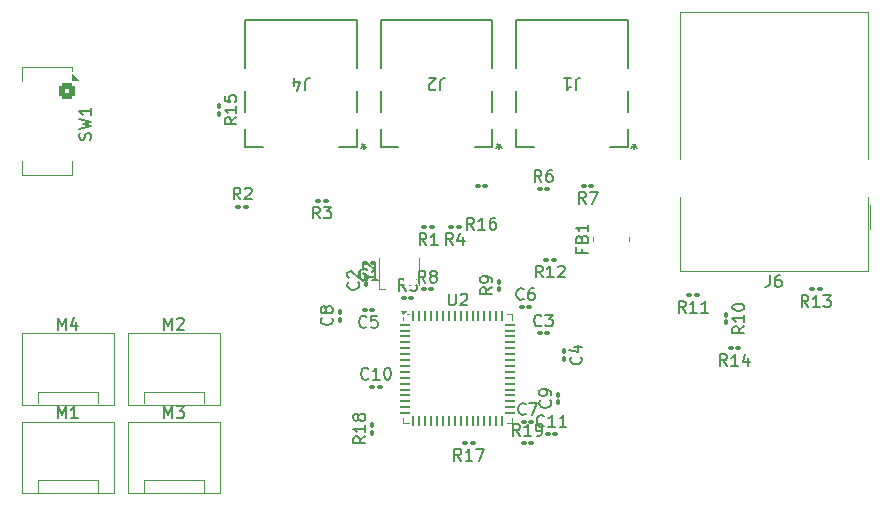
<source format=gbr>
%TF.GenerationSoftware,KiCad,Pcbnew,9.0.2*%
%TF.CreationDate,2025-07-05T10:38:59-05:00*%
%TF.ProjectId,main,6d61696e-2e6b-4696-9361-645f70636258,rev?*%
%TF.SameCoordinates,Original*%
%TF.FileFunction,Legend,Top*%
%TF.FilePolarity,Positive*%
%FSLAX46Y46*%
G04 Gerber Fmt 4.6, Leading zero omitted, Abs format (unit mm)*
G04 Created by KiCad (PCBNEW 9.0.2) date 2025-07-05 10:38:59*
%MOMM*%
%LPD*%
G01*
G04 APERTURE LIST*
G04 Aperture macros list*
%AMRoundRect*
0 Rectangle with rounded corners*
0 $1 Rounding radius*
0 $2 $3 $4 $5 $6 $7 $8 $9 X,Y pos of 4 corners*
0 Add a 4 corners polygon primitive as box body*
4,1,4,$2,$3,$4,$5,$6,$7,$8,$9,$2,$3,0*
0 Add four circle primitives for the rounded corners*
1,1,$1+$1,$2,$3*
1,1,$1+$1,$4,$5*
1,1,$1+$1,$6,$7*
1,1,$1+$1,$8,$9*
0 Add four rect primitives between the rounded corners*
20,1,$1+$1,$2,$3,$4,$5,0*
20,1,$1+$1,$4,$5,$6,$7,0*
20,1,$1+$1,$6,$7,$8,$9,0*
20,1,$1+$1,$8,$9,$2,$3,0*%
G04 Aperture macros list end*
%ADD10C,0.150000*%
%ADD11C,0.152400*%
%ADD12C,0.120000*%
%ADD13C,0.660400*%
%ADD14R,0.304800X0.711200*%
%ADD15O,0.812800X1.397000*%
%ADD16RoundRect,0.100000X0.130000X0.100000X-0.130000X0.100000X-0.130000X-0.100000X0.130000X-0.100000X0*%
%ADD17RoundRect,0.100000X0.100000X-0.130000X0.100000X0.130000X-0.100000X0.130000X-0.100000X-0.130000X0*%
%ADD18RoundRect,0.100000X-0.130000X-0.100000X0.130000X-0.100000X0.130000X0.100000X-0.130000X0.100000X0*%
%ADD19RoundRect,0.100000X-0.100000X0.130000X-0.100000X-0.130000X0.100000X-0.130000X0.100000X0.130000X0*%
%ADD20C,2.600000*%
%ADD21C,1.900000*%
%ADD22R,1.900000X1.900000*%
%ADD23C,1.890000*%
%ADD24C,3.250000*%
%ADD25C,1.400000*%
%ADD26RoundRect,0.250000X-0.450000X0.450000X-0.450000X-0.450000X0.450000X-0.450000X0.450000X0.450000X0*%
%ADD27R,7.300000X7.300000*%
%ADD28RoundRect,0.062500X-0.062500X-0.375000X0.062500X-0.375000X0.062500X0.375000X-0.062500X0.375000X0*%
%ADD29RoundRect,0.062500X-0.375000X-0.062500X0.375000X-0.062500X0.375000X0.062500X-0.375000X0.062500X0*%
%ADD30R,3.000000X1.400000*%
%ADD31R,1.730000X2.030000*%
%ADD32O,1.730000X2.030000*%
%ADD33R,1.050000X0.950000*%
G04 APERTURE END LIST*
D10*
X132823333Y-54660079D02*
X132823333Y-53945794D01*
X132823333Y-53945794D02*
X132870952Y-53802937D01*
X132870952Y-53802937D02*
X132966190Y-53707699D01*
X132966190Y-53707699D02*
X133109047Y-53660079D01*
X133109047Y-53660079D02*
X133204285Y-53660079D01*
X131918571Y-54326746D02*
X131918571Y-53660079D01*
X132156666Y-54707699D02*
X132394761Y-53993413D01*
X132394761Y-53993413D02*
X131775714Y-53993413D01*
X137779999Y-59655179D02*
X137779999Y-59417084D01*
X138018094Y-59512322D02*
X137779999Y-59417084D01*
X137779999Y-59417084D02*
X137541904Y-59512322D01*
X137922856Y-59226608D02*
X137779999Y-59417084D01*
X137779999Y-59417084D02*
X137637142Y-59226608D01*
X137779999Y-59655179D02*
X137779999Y-59417084D01*
X138018094Y-59512322D02*
X137779999Y-59417084D01*
X137779999Y-59417084D02*
X137541904Y-59512322D01*
X137922856Y-59226608D02*
X137779999Y-59417084D01*
X137779999Y-59417084D02*
X137637142Y-59226608D01*
X144276533Y-54660079D02*
X144276533Y-53945794D01*
X144276533Y-53945794D02*
X144324152Y-53802937D01*
X144324152Y-53802937D02*
X144419390Y-53707699D01*
X144419390Y-53707699D02*
X144562247Y-53660079D01*
X144562247Y-53660079D02*
X144657485Y-53660079D01*
X143847961Y-54564841D02*
X143800342Y-54612460D01*
X143800342Y-54612460D02*
X143705104Y-54660079D01*
X143705104Y-54660079D02*
X143467009Y-54660079D01*
X143467009Y-54660079D02*
X143371771Y-54612460D01*
X143371771Y-54612460D02*
X143324152Y-54564841D01*
X143324152Y-54564841D02*
X143276533Y-54469603D01*
X143276533Y-54469603D02*
X143276533Y-54374365D01*
X143276533Y-54374365D02*
X143324152Y-54231508D01*
X143324152Y-54231508D02*
X143895580Y-53660079D01*
X143895580Y-53660079D02*
X143276533Y-53660079D01*
X149233199Y-59655179D02*
X149233199Y-59417084D01*
X149471294Y-59512322D02*
X149233199Y-59417084D01*
X149233199Y-59417084D02*
X148995104Y-59512322D01*
X149376056Y-59226608D02*
X149233199Y-59417084D01*
X149233199Y-59417084D02*
X149090342Y-59226608D01*
X149233199Y-59655179D02*
X149233199Y-59417084D01*
X149471294Y-59512322D02*
X149233199Y-59417084D01*
X149233199Y-59417084D02*
X148995104Y-59512322D01*
X149376056Y-59226608D02*
X149233199Y-59417084D01*
X149233199Y-59417084D02*
X149090342Y-59226608D01*
X155729733Y-54660079D02*
X155729733Y-53945794D01*
X155729733Y-53945794D02*
X155777352Y-53802937D01*
X155777352Y-53802937D02*
X155872590Y-53707699D01*
X155872590Y-53707699D02*
X156015447Y-53660079D01*
X156015447Y-53660079D02*
X156110685Y-53660079D01*
X154729733Y-53660079D02*
X155301161Y-53660079D01*
X155015447Y-53660079D02*
X155015447Y-54660079D01*
X155015447Y-54660079D02*
X155110685Y-54517222D01*
X155110685Y-54517222D02*
X155205923Y-54421984D01*
X155205923Y-54421984D02*
X155301161Y-54374365D01*
X160686399Y-59655179D02*
X160686399Y-59417084D01*
X160924494Y-59512322D02*
X160686399Y-59417084D01*
X160686399Y-59417084D02*
X160448304Y-59512322D01*
X160829256Y-59226608D02*
X160686399Y-59417084D01*
X160686399Y-59417084D02*
X160543542Y-59226608D01*
X160686399Y-59655179D02*
X160686399Y-59417084D01*
X160924494Y-59512322D02*
X160686399Y-59417084D01*
X160686399Y-59417084D02*
X160448304Y-59512322D01*
X160829256Y-59226608D02*
X160686399Y-59417084D01*
X160686399Y-59417084D02*
X160543542Y-59226608D01*
X138083333Y-70659580D02*
X138035714Y-70707200D01*
X138035714Y-70707200D02*
X137892857Y-70754819D01*
X137892857Y-70754819D02*
X137797619Y-70754819D01*
X137797619Y-70754819D02*
X137654762Y-70707200D01*
X137654762Y-70707200D02*
X137559524Y-70611961D01*
X137559524Y-70611961D02*
X137511905Y-70516723D01*
X137511905Y-70516723D02*
X137464286Y-70326247D01*
X137464286Y-70326247D02*
X137464286Y-70183390D01*
X137464286Y-70183390D02*
X137511905Y-69992914D01*
X137511905Y-69992914D02*
X137559524Y-69897676D01*
X137559524Y-69897676D02*
X137654762Y-69802438D01*
X137654762Y-69802438D02*
X137797619Y-69754819D01*
X137797619Y-69754819D02*
X137892857Y-69754819D01*
X137892857Y-69754819D02*
X138035714Y-69802438D01*
X138035714Y-69802438D02*
X138083333Y-69850057D01*
X139035714Y-70754819D02*
X138464286Y-70754819D01*
X138750000Y-70754819D02*
X138750000Y-69754819D01*
X138750000Y-69754819D02*
X138654762Y-69897676D01*
X138654762Y-69897676D02*
X138559524Y-69992914D01*
X138559524Y-69992914D02*
X138464286Y-70040533D01*
X137309580Y-70916666D02*
X137357200Y-70964285D01*
X137357200Y-70964285D02*
X137404819Y-71107142D01*
X137404819Y-71107142D02*
X137404819Y-71202380D01*
X137404819Y-71202380D02*
X137357200Y-71345237D01*
X137357200Y-71345237D02*
X137261961Y-71440475D01*
X137261961Y-71440475D02*
X137166723Y-71488094D01*
X137166723Y-71488094D02*
X136976247Y-71535713D01*
X136976247Y-71535713D02*
X136833390Y-71535713D01*
X136833390Y-71535713D02*
X136642914Y-71488094D01*
X136642914Y-71488094D02*
X136547676Y-71440475D01*
X136547676Y-71440475D02*
X136452438Y-71345237D01*
X136452438Y-71345237D02*
X136404819Y-71202380D01*
X136404819Y-71202380D02*
X136404819Y-71107142D01*
X136404819Y-71107142D02*
X136452438Y-70964285D01*
X136452438Y-70964285D02*
X136500057Y-70916666D01*
X136500057Y-70535713D02*
X136452438Y-70488094D01*
X136452438Y-70488094D02*
X136404819Y-70392856D01*
X136404819Y-70392856D02*
X136404819Y-70154761D01*
X136404819Y-70154761D02*
X136452438Y-70059523D01*
X136452438Y-70059523D02*
X136500057Y-70011904D01*
X136500057Y-70011904D02*
X136595295Y-69964285D01*
X136595295Y-69964285D02*
X136690533Y-69964285D01*
X136690533Y-69964285D02*
X136833390Y-70011904D01*
X136833390Y-70011904D02*
X137404819Y-70583332D01*
X137404819Y-70583332D02*
X137404819Y-69964285D01*
X152833333Y-74559580D02*
X152785714Y-74607200D01*
X152785714Y-74607200D02*
X152642857Y-74654819D01*
X152642857Y-74654819D02*
X152547619Y-74654819D01*
X152547619Y-74654819D02*
X152404762Y-74607200D01*
X152404762Y-74607200D02*
X152309524Y-74511961D01*
X152309524Y-74511961D02*
X152261905Y-74416723D01*
X152261905Y-74416723D02*
X152214286Y-74226247D01*
X152214286Y-74226247D02*
X152214286Y-74083390D01*
X152214286Y-74083390D02*
X152261905Y-73892914D01*
X152261905Y-73892914D02*
X152309524Y-73797676D01*
X152309524Y-73797676D02*
X152404762Y-73702438D01*
X152404762Y-73702438D02*
X152547619Y-73654819D01*
X152547619Y-73654819D02*
X152642857Y-73654819D01*
X152642857Y-73654819D02*
X152785714Y-73702438D01*
X152785714Y-73702438D02*
X152833333Y-73750057D01*
X153166667Y-73654819D02*
X153785714Y-73654819D01*
X153785714Y-73654819D02*
X153452381Y-74035771D01*
X153452381Y-74035771D02*
X153595238Y-74035771D01*
X153595238Y-74035771D02*
X153690476Y-74083390D01*
X153690476Y-74083390D02*
X153738095Y-74131009D01*
X153738095Y-74131009D02*
X153785714Y-74226247D01*
X153785714Y-74226247D02*
X153785714Y-74464342D01*
X153785714Y-74464342D02*
X153738095Y-74559580D01*
X153738095Y-74559580D02*
X153690476Y-74607200D01*
X153690476Y-74607200D02*
X153595238Y-74654819D01*
X153595238Y-74654819D02*
X153309524Y-74654819D01*
X153309524Y-74654819D02*
X153214286Y-74607200D01*
X153214286Y-74607200D02*
X153166667Y-74559580D01*
X156159580Y-77236666D02*
X156207200Y-77284285D01*
X156207200Y-77284285D02*
X156254819Y-77427142D01*
X156254819Y-77427142D02*
X156254819Y-77522380D01*
X156254819Y-77522380D02*
X156207200Y-77665237D01*
X156207200Y-77665237D02*
X156111961Y-77760475D01*
X156111961Y-77760475D02*
X156016723Y-77808094D01*
X156016723Y-77808094D02*
X155826247Y-77855713D01*
X155826247Y-77855713D02*
X155683390Y-77855713D01*
X155683390Y-77855713D02*
X155492914Y-77808094D01*
X155492914Y-77808094D02*
X155397676Y-77760475D01*
X155397676Y-77760475D02*
X155302438Y-77665237D01*
X155302438Y-77665237D02*
X155254819Y-77522380D01*
X155254819Y-77522380D02*
X155254819Y-77427142D01*
X155254819Y-77427142D02*
X155302438Y-77284285D01*
X155302438Y-77284285D02*
X155350057Y-77236666D01*
X155588152Y-76379523D02*
X156254819Y-76379523D01*
X155207200Y-76617618D02*
X155921485Y-76855713D01*
X155921485Y-76855713D02*
X155921485Y-76236666D01*
X138013333Y-74659580D02*
X137965714Y-74707200D01*
X137965714Y-74707200D02*
X137822857Y-74754819D01*
X137822857Y-74754819D02*
X137727619Y-74754819D01*
X137727619Y-74754819D02*
X137584762Y-74707200D01*
X137584762Y-74707200D02*
X137489524Y-74611961D01*
X137489524Y-74611961D02*
X137441905Y-74516723D01*
X137441905Y-74516723D02*
X137394286Y-74326247D01*
X137394286Y-74326247D02*
X137394286Y-74183390D01*
X137394286Y-74183390D02*
X137441905Y-73992914D01*
X137441905Y-73992914D02*
X137489524Y-73897676D01*
X137489524Y-73897676D02*
X137584762Y-73802438D01*
X137584762Y-73802438D02*
X137727619Y-73754819D01*
X137727619Y-73754819D02*
X137822857Y-73754819D01*
X137822857Y-73754819D02*
X137965714Y-73802438D01*
X137965714Y-73802438D02*
X138013333Y-73850057D01*
X138918095Y-73754819D02*
X138441905Y-73754819D01*
X138441905Y-73754819D02*
X138394286Y-74231009D01*
X138394286Y-74231009D02*
X138441905Y-74183390D01*
X138441905Y-74183390D02*
X138537143Y-74135771D01*
X138537143Y-74135771D02*
X138775238Y-74135771D01*
X138775238Y-74135771D02*
X138870476Y-74183390D01*
X138870476Y-74183390D02*
X138918095Y-74231009D01*
X138918095Y-74231009D02*
X138965714Y-74326247D01*
X138965714Y-74326247D02*
X138965714Y-74564342D01*
X138965714Y-74564342D02*
X138918095Y-74659580D01*
X138918095Y-74659580D02*
X138870476Y-74707200D01*
X138870476Y-74707200D02*
X138775238Y-74754819D01*
X138775238Y-74754819D02*
X138537143Y-74754819D01*
X138537143Y-74754819D02*
X138441905Y-74707200D01*
X138441905Y-74707200D02*
X138394286Y-74659580D01*
X151333333Y-72309580D02*
X151285714Y-72357200D01*
X151285714Y-72357200D02*
X151142857Y-72404819D01*
X151142857Y-72404819D02*
X151047619Y-72404819D01*
X151047619Y-72404819D02*
X150904762Y-72357200D01*
X150904762Y-72357200D02*
X150809524Y-72261961D01*
X150809524Y-72261961D02*
X150761905Y-72166723D01*
X150761905Y-72166723D02*
X150714286Y-71976247D01*
X150714286Y-71976247D02*
X150714286Y-71833390D01*
X150714286Y-71833390D02*
X150761905Y-71642914D01*
X150761905Y-71642914D02*
X150809524Y-71547676D01*
X150809524Y-71547676D02*
X150904762Y-71452438D01*
X150904762Y-71452438D02*
X151047619Y-71404819D01*
X151047619Y-71404819D02*
X151142857Y-71404819D01*
X151142857Y-71404819D02*
X151285714Y-71452438D01*
X151285714Y-71452438D02*
X151333333Y-71500057D01*
X152190476Y-71404819D02*
X152000000Y-71404819D01*
X152000000Y-71404819D02*
X151904762Y-71452438D01*
X151904762Y-71452438D02*
X151857143Y-71500057D01*
X151857143Y-71500057D02*
X151761905Y-71642914D01*
X151761905Y-71642914D02*
X151714286Y-71833390D01*
X151714286Y-71833390D02*
X151714286Y-72214342D01*
X151714286Y-72214342D02*
X151761905Y-72309580D01*
X151761905Y-72309580D02*
X151809524Y-72357200D01*
X151809524Y-72357200D02*
X151904762Y-72404819D01*
X151904762Y-72404819D02*
X152095238Y-72404819D01*
X152095238Y-72404819D02*
X152190476Y-72357200D01*
X152190476Y-72357200D02*
X152238095Y-72309580D01*
X152238095Y-72309580D02*
X152285714Y-72214342D01*
X152285714Y-72214342D02*
X152285714Y-71976247D01*
X152285714Y-71976247D02*
X152238095Y-71881009D01*
X152238095Y-71881009D02*
X152190476Y-71833390D01*
X152190476Y-71833390D02*
X152095238Y-71785771D01*
X152095238Y-71785771D02*
X151904762Y-71785771D01*
X151904762Y-71785771D02*
X151809524Y-71833390D01*
X151809524Y-71833390D02*
X151761905Y-71881009D01*
X151761905Y-71881009D02*
X151714286Y-71976247D01*
X151488333Y-82059580D02*
X151440714Y-82107200D01*
X151440714Y-82107200D02*
X151297857Y-82154819D01*
X151297857Y-82154819D02*
X151202619Y-82154819D01*
X151202619Y-82154819D02*
X151059762Y-82107200D01*
X151059762Y-82107200D02*
X150964524Y-82011961D01*
X150964524Y-82011961D02*
X150916905Y-81916723D01*
X150916905Y-81916723D02*
X150869286Y-81726247D01*
X150869286Y-81726247D02*
X150869286Y-81583390D01*
X150869286Y-81583390D02*
X150916905Y-81392914D01*
X150916905Y-81392914D02*
X150964524Y-81297676D01*
X150964524Y-81297676D02*
X151059762Y-81202438D01*
X151059762Y-81202438D02*
X151202619Y-81154819D01*
X151202619Y-81154819D02*
X151297857Y-81154819D01*
X151297857Y-81154819D02*
X151440714Y-81202438D01*
X151440714Y-81202438D02*
X151488333Y-81250057D01*
X151821667Y-81154819D02*
X152488333Y-81154819D01*
X152488333Y-81154819D02*
X152059762Y-82154819D01*
X135059580Y-73916666D02*
X135107200Y-73964285D01*
X135107200Y-73964285D02*
X135154819Y-74107142D01*
X135154819Y-74107142D02*
X135154819Y-74202380D01*
X135154819Y-74202380D02*
X135107200Y-74345237D01*
X135107200Y-74345237D02*
X135011961Y-74440475D01*
X135011961Y-74440475D02*
X134916723Y-74488094D01*
X134916723Y-74488094D02*
X134726247Y-74535713D01*
X134726247Y-74535713D02*
X134583390Y-74535713D01*
X134583390Y-74535713D02*
X134392914Y-74488094D01*
X134392914Y-74488094D02*
X134297676Y-74440475D01*
X134297676Y-74440475D02*
X134202438Y-74345237D01*
X134202438Y-74345237D02*
X134154819Y-74202380D01*
X134154819Y-74202380D02*
X134154819Y-74107142D01*
X134154819Y-74107142D02*
X134202438Y-73964285D01*
X134202438Y-73964285D02*
X134250057Y-73916666D01*
X134583390Y-73345237D02*
X134535771Y-73440475D01*
X134535771Y-73440475D02*
X134488152Y-73488094D01*
X134488152Y-73488094D02*
X134392914Y-73535713D01*
X134392914Y-73535713D02*
X134345295Y-73535713D01*
X134345295Y-73535713D02*
X134250057Y-73488094D01*
X134250057Y-73488094D02*
X134202438Y-73440475D01*
X134202438Y-73440475D02*
X134154819Y-73345237D01*
X134154819Y-73345237D02*
X134154819Y-73154761D01*
X134154819Y-73154761D02*
X134202438Y-73059523D01*
X134202438Y-73059523D02*
X134250057Y-73011904D01*
X134250057Y-73011904D02*
X134345295Y-72964285D01*
X134345295Y-72964285D02*
X134392914Y-72964285D01*
X134392914Y-72964285D02*
X134488152Y-73011904D01*
X134488152Y-73011904D02*
X134535771Y-73059523D01*
X134535771Y-73059523D02*
X134583390Y-73154761D01*
X134583390Y-73154761D02*
X134583390Y-73345237D01*
X134583390Y-73345237D02*
X134631009Y-73440475D01*
X134631009Y-73440475D02*
X134678628Y-73488094D01*
X134678628Y-73488094D02*
X134773866Y-73535713D01*
X134773866Y-73535713D02*
X134964342Y-73535713D01*
X134964342Y-73535713D02*
X135059580Y-73488094D01*
X135059580Y-73488094D02*
X135107200Y-73440475D01*
X135107200Y-73440475D02*
X135154819Y-73345237D01*
X135154819Y-73345237D02*
X135154819Y-73154761D01*
X135154819Y-73154761D02*
X135107200Y-73059523D01*
X135107200Y-73059523D02*
X135059580Y-73011904D01*
X135059580Y-73011904D02*
X134964342Y-72964285D01*
X134964342Y-72964285D02*
X134773866Y-72964285D01*
X134773866Y-72964285D02*
X134678628Y-73011904D01*
X134678628Y-73011904D02*
X134631009Y-73059523D01*
X134631009Y-73059523D02*
X134583390Y-73154761D01*
X153559580Y-80916666D02*
X153607200Y-80964285D01*
X153607200Y-80964285D02*
X153654819Y-81107142D01*
X153654819Y-81107142D02*
X153654819Y-81202380D01*
X153654819Y-81202380D02*
X153607200Y-81345237D01*
X153607200Y-81345237D02*
X153511961Y-81440475D01*
X153511961Y-81440475D02*
X153416723Y-81488094D01*
X153416723Y-81488094D02*
X153226247Y-81535713D01*
X153226247Y-81535713D02*
X153083390Y-81535713D01*
X153083390Y-81535713D02*
X152892914Y-81488094D01*
X152892914Y-81488094D02*
X152797676Y-81440475D01*
X152797676Y-81440475D02*
X152702438Y-81345237D01*
X152702438Y-81345237D02*
X152654819Y-81202380D01*
X152654819Y-81202380D02*
X152654819Y-81107142D01*
X152654819Y-81107142D02*
X152702438Y-80964285D01*
X152702438Y-80964285D02*
X152750057Y-80916666D01*
X153654819Y-80440475D02*
X153654819Y-80249999D01*
X153654819Y-80249999D02*
X153607200Y-80154761D01*
X153607200Y-80154761D02*
X153559580Y-80107142D01*
X153559580Y-80107142D02*
X153416723Y-80011904D01*
X153416723Y-80011904D02*
X153226247Y-79964285D01*
X153226247Y-79964285D02*
X152845295Y-79964285D01*
X152845295Y-79964285D02*
X152750057Y-80011904D01*
X152750057Y-80011904D02*
X152702438Y-80059523D01*
X152702438Y-80059523D02*
X152654819Y-80154761D01*
X152654819Y-80154761D02*
X152654819Y-80345237D01*
X152654819Y-80345237D02*
X152702438Y-80440475D01*
X152702438Y-80440475D02*
X152750057Y-80488094D01*
X152750057Y-80488094D02*
X152845295Y-80535713D01*
X152845295Y-80535713D02*
X153083390Y-80535713D01*
X153083390Y-80535713D02*
X153178628Y-80488094D01*
X153178628Y-80488094D02*
X153226247Y-80440475D01*
X153226247Y-80440475D02*
X153273866Y-80345237D01*
X153273866Y-80345237D02*
X153273866Y-80154761D01*
X153273866Y-80154761D02*
X153226247Y-80059523D01*
X153226247Y-80059523D02*
X153178628Y-80011904D01*
X153178628Y-80011904D02*
X153083390Y-79964285D01*
X138177142Y-79059580D02*
X138129523Y-79107200D01*
X138129523Y-79107200D02*
X137986666Y-79154819D01*
X137986666Y-79154819D02*
X137891428Y-79154819D01*
X137891428Y-79154819D02*
X137748571Y-79107200D01*
X137748571Y-79107200D02*
X137653333Y-79011961D01*
X137653333Y-79011961D02*
X137605714Y-78916723D01*
X137605714Y-78916723D02*
X137558095Y-78726247D01*
X137558095Y-78726247D02*
X137558095Y-78583390D01*
X137558095Y-78583390D02*
X137605714Y-78392914D01*
X137605714Y-78392914D02*
X137653333Y-78297676D01*
X137653333Y-78297676D02*
X137748571Y-78202438D01*
X137748571Y-78202438D02*
X137891428Y-78154819D01*
X137891428Y-78154819D02*
X137986666Y-78154819D01*
X137986666Y-78154819D02*
X138129523Y-78202438D01*
X138129523Y-78202438D02*
X138177142Y-78250057D01*
X139129523Y-79154819D02*
X138558095Y-79154819D01*
X138843809Y-79154819D02*
X138843809Y-78154819D01*
X138843809Y-78154819D02*
X138748571Y-78297676D01*
X138748571Y-78297676D02*
X138653333Y-78392914D01*
X138653333Y-78392914D02*
X138558095Y-78440533D01*
X139748571Y-78154819D02*
X139843809Y-78154819D01*
X139843809Y-78154819D02*
X139939047Y-78202438D01*
X139939047Y-78202438D02*
X139986666Y-78250057D01*
X139986666Y-78250057D02*
X140034285Y-78345295D01*
X140034285Y-78345295D02*
X140081904Y-78535771D01*
X140081904Y-78535771D02*
X140081904Y-78773866D01*
X140081904Y-78773866D02*
X140034285Y-78964342D01*
X140034285Y-78964342D02*
X139986666Y-79059580D01*
X139986666Y-79059580D02*
X139939047Y-79107200D01*
X139939047Y-79107200D02*
X139843809Y-79154819D01*
X139843809Y-79154819D02*
X139748571Y-79154819D01*
X139748571Y-79154819D02*
X139653333Y-79107200D01*
X139653333Y-79107200D02*
X139605714Y-79059580D01*
X139605714Y-79059580D02*
X139558095Y-78964342D01*
X139558095Y-78964342D02*
X139510476Y-78773866D01*
X139510476Y-78773866D02*
X139510476Y-78535771D01*
X139510476Y-78535771D02*
X139558095Y-78345295D01*
X139558095Y-78345295D02*
X139605714Y-78250057D01*
X139605714Y-78250057D02*
X139653333Y-78202438D01*
X139653333Y-78202438D02*
X139748571Y-78154819D01*
X153037142Y-83059580D02*
X152989523Y-83107200D01*
X152989523Y-83107200D02*
X152846666Y-83154819D01*
X152846666Y-83154819D02*
X152751428Y-83154819D01*
X152751428Y-83154819D02*
X152608571Y-83107200D01*
X152608571Y-83107200D02*
X152513333Y-83011961D01*
X152513333Y-83011961D02*
X152465714Y-82916723D01*
X152465714Y-82916723D02*
X152418095Y-82726247D01*
X152418095Y-82726247D02*
X152418095Y-82583390D01*
X152418095Y-82583390D02*
X152465714Y-82392914D01*
X152465714Y-82392914D02*
X152513333Y-82297676D01*
X152513333Y-82297676D02*
X152608571Y-82202438D01*
X152608571Y-82202438D02*
X152751428Y-82154819D01*
X152751428Y-82154819D02*
X152846666Y-82154819D01*
X152846666Y-82154819D02*
X152989523Y-82202438D01*
X152989523Y-82202438D02*
X153037142Y-82250057D01*
X153989523Y-83154819D02*
X153418095Y-83154819D01*
X153703809Y-83154819D02*
X153703809Y-82154819D01*
X153703809Y-82154819D02*
X153608571Y-82297676D01*
X153608571Y-82297676D02*
X153513333Y-82392914D01*
X153513333Y-82392914D02*
X153418095Y-82440533D01*
X154941904Y-83154819D02*
X154370476Y-83154819D01*
X154656190Y-83154819D02*
X154656190Y-82154819D01*
X154656190Y-82154819D02*
X154560952Y-82297676D01*
X154560952Y-82297676D02*
X154465714Y-82392914D01*
X154465714Y-82392914D02*
X154370476Y-82440533D01*
X172166666Y-70314819D02*
X172166666Y-71029104D01*
X172166666Y-71029104D02*
X172119047Y-71171961D01*
X172119047Y-71171961D02*
X172023809Y-71267200D01*
X172023809Y-71267200D02*
X171880952Y-71314819D01*
X171880952Y-71314819D02*
X171785714Y-71314819D01*
X173071428Y-70314819D02*
X172880952Y-70314819D01*
X172880952Y-70314819D02*
X172785714Y-70362438D01*
X172785714Y-70362438D02*
X172738095Y-70410057D01*
X172738095Y-70410057D02*
X172642857Y-70552914D01*
X172642857Y-70552914D02*
X172595238Y-70743390D01*
X172595238Y-70743390D02*
X172595238Y-71124342D01*
X172595238Y-71124342D02*
X172642857Y-71219580D01*
X172642857Y-71219580D02*
X172690476Y-71267200D01*
X172690476Y-71267200D02*
X172785714Y-71314819D01*
X172785714Y-71314819D02*
X172976190Y-71314819D01*
X172976190Y-71314819D02*
X173071428Y-71267200D01*
X173071428Y-71267200D02*
X173119047Y-71219580D01*
X173119047Y-71219580D02*
X173166666Y-71124342D01*
X173166666Y-71124342D02*
X173166666Y-70886247D01*
X173166666Y-70886247D02*
X173119047Y-70791009D01*
X173119047Y-70791009D02*
X173071428Y-70743390D01*
X173071428Y-70743390D02*
X172976190Y-70695771D01*
X172976190Y-70695771D02*
X172785714Y-70695771D01*
X172785714Y-70695771D02*
X172690476Y-70743390D01*
X172690476Y-70743390D02*
X172642857Y-70791009D01*
X172642857Y-70791009D02*
X172595238Y-70886247D01*
X143083333Y-67754819D02*
X142750000Y-67278628D01*
X142511905Y-67754819D02*
X142511905Y-66754819D01*
X142511905Y-66754819D02*
X142892857Y-66754819D01*
X142892857Y-66754819D02*
X142988095Y-66802438D01*
X142988095Y-66802438D02*
X143035714Y-66850057D01*
X143035714Y-66850057D02*
X143083333Y-66945295D01*
X143083333Y-66945295D02*
X143083333Y-67088152D01*
X143083333Y-67088152D02*
X143035714Y-67183390D01*
X143035714Y-67183390D02*
X142988095Y-67231009D01*
X142988095Y-67231009D02*
X142892857Y-67278628D01*
X142892857Y-67278628D02*
X142511905Y-67278628D01*
X144035714Y-67754819D02*
X143464286Y-67754819D01*
X143750000Y-67754819D02*
X143750000Y-66754819D01*
X143750000Y-66754819D02*
X143654762Y-66897676D01*
X143654762Y-66897676D02*
X143559524Y-66992914D01*
X143559524Y-66992914D02*
X143464286Y-67040533D01*
X127333333Y-63904819D02*
X127000000Y-63428628D01*
X126761905Y-63904819D02*
X126761905Y-62904819D01*
X126761905Y-62904819D02*
X127142857Y-62904819D01*
X127142857Y-62904819D02*
X127238095Y-62952438D01*
X127238095Y-62952438D02*
X127285714Y-63000057D01*
X127285714Y-63000057D02*
X127333333Y-63095295D01*
X127333333Y-63095295D02*
X127333333Y-63238152D01*
X127333333Y-63238152D02*
X127285714Y-63333390D01*
X127285714Y-63333390D02*
X127238095Y-63381009D01*
X127238095Y-63381009D02*
X127142857Y-63428628D01*
X127142857Y-63428628D02*
X126761905Y-63428628D01*
X127714286Y-63000057D02*
X127761905Y-62952438D01*
X127761905Y-62952438D02*
X127857143Y-62904819D01*
X127857143Y-62904819D02*
X128095238Y-62904819D01*
X128095238Y-62904819D02*
X128190476Y-62952438D01*
X128190476Y-62952438D02*
X128238095Y-63000057D01*
X128238095Y-63000057D02*
X128285714Y-63095295D01*
X128285714Y-63095295D02*
X128285714Y-63190533D01*
X128285714Y-63190533D02*
X128238095Y-63333390D01*
X128238095Y-63333390D02*
X127666667Y-63904819D01*
X127666667Y-63904819D02*
X128285714Y-63904819D01*
X134083333Y-65504819D02*
X133750000Y-65028628D01*
X133511905Y-65504819D02*
X133511905Y-64504819D01*
X133511905Y-64504819D02*
X133892857Y-64504819D01*
X133892857Y-64504819D02*
X133988095Y-64552438D01*
X133988095Y-64552438D02*
X134035714Y-64600057D01*
X134035714Y-64600057D02*
X134083333Y-64695295D01*
X134083333Y-64695295D02*
X134083333Y-64838152D01*
X134083333Y-64838152D02*
X134035714Y-64933390D01*
X134035714Y-64933390D02*
X133988095Y-64981009D01*
X133988095Y-64981009D02*
X133892857Y-65028628D01*
X133892857Y-65028628D02*
X133511905Y-65028628D01*
X134416667Y-64504819D02*
X135035714Y-64504819D01*
X135035714Y-64504819D02*
X134702381Y-64885771D01*
X134702381Y-64885771D02*
X134845238Y-64885771D01*
X134845238Y-64885771D02*
X134940476Y-64933390D01*
X134940476Y-64933390D02*
X134988095Y-64981009D01*
X134988095Y-64981009D02*
X135035714Y-65076247D01*
X135035714Y-65076247D02*
X135035714Y-65314342D01*
X135035714Y-65314342D02*
X134988095Y-65409580D01*
X134988095Y-65409580D02*
X134940476Y-65457200D01*
X134940476Y-65457200D02*
X134845238Y-65504819D01*
X134845238Y-65504819D02*
X134559524Y-65504819D01*
X134559524Y-65504819D02*
X134464286Y-65457200D01*
X134464286Y-65457200D02*
X134416667Y-65409580D01*
X145333333Y-67754819D02*
X145000000Y-67278628D01*
X144761905Y-67754819D02*
X144761905Y-66754819D01*
X144761905Y-66754819D02*
X145142857Y-66754819D01*
X145142857Y-66754819D02*
X145238095Y-66802438D01*
X145238095Y-66802438D02*
X145285714Y-66850057D01*
X145285714Y-66850057D02*
X145333333Y-66945295D01*
X145333333Y-66945295D02*
X145333333Y-67088152D01*
X145333333Y-67088152D02*
X145285714Y-67183390D01*
X145285714Y-67183390D02*
X145238095Y-67231009D01*
X145238095Y-67231009D02*
X145142857Y-67278628D01*
X145142857Y-67278628D02*
X144761905Y-67278628D01*
X146190476Y-67088152D02*
X146190476Y-67754819D01*
X145952381Y-66707200D02*
X145714286Y-67421485D01*
X145714286Y-67421485D02*
X146333333Y-67421485D01*
X141333333Y-71654819D02*
X141000000Y-71178628D01*
X140761905Y-71654819D02*
X140761905Y-70654819D01*
X140761905Y-70654819D02*
X141142857Y-70654819D01*
X141142857Y-70654819D02*
X141238095Y-70702438D01*
X141238095Y-70702438D02*
X141285714Y-70750057D01*
X141285714Y-70750057D02*
X141333333Y-70845295D01*
X141333333Y-70845295D02*
X141333333Y-70988152D01*
X141333333Y-70988152D02*
X141285714Y-71083390D01*
X141285714Y-71083390D02*
X141238095Y-71131009D01*
X141238095Y-71131009D02*
X141142857Y-71178628D01*
X141142857Y-71178628D02*
X140761905Y-71178628D01*
X142238095Y-70654819D02*
X141761905Y-70654819D01*
X141761905Y-70654819D02*
X141714286Y-71131009D01*
X141714286Y-71131009D02*
X141761905Y-71083390D01*
X141761905Y-71083390D02*
X141857143Y-71035771D01*
X141857143Y-71035771D02*
X142095238Y-71035771D01*
X142095238Y-71035771D02*
X142190476Y-71083390D01*
X142190476Y-71083390D02*
X142238095Y-71131009D01*
X142238095Y-71131009D02*
X142285714Y-71226247D01*
X142285714Y-71226247D02*
X142285714Y-71464342D01*
X142285714Y-71464342D02*
X142238095Y-71559580D01*
X142238095Y-71559580D02*
X142190476Y-71607200D01*
X142190476Y-71607200D02*
X142095238Y-71654819D01*
X142095238Y-71654819D02*
X141857143Y-71654819D01*
X141857143Y-71654819D02*
X141761905Y-71607200D01*
X141761905Y-71607200D02*
X141714286Y-71559580D01*
X152833333Y-62404819D02*
X152500000Y-61928628D01*
X152261905Y-62404819D02*
X152261905Y-61404819D01*
X152261905Y-61404819D02*
X152642857Y-61404819D01*
X152642857Y-61404819D02*
X152738095Y-61452438D01*
X152738095Y-61452438D02*
X152785714Y-61500057D01*
X152785714Y-61500057D02*
X152833333Y-61595295D01*
X152833333Y-61595295D02*
X152833333Y-61738152D01*
X152833333Y-61738152D02*
X152785714Y-61833390D01*
X152785714Y-61833390D02*
X152738095Y-61881009D01*
X152738095Y-61881009D02*
X152642857Y-61928628D01*
X152642857Y-61928628D02*
X152261905Y-61928628D01*
X153690476Y-61404819D02*
X153500000Y-61404819D01*
X153500000Y-61404819D02*
X153404762Y-61452438D01*
X153404762Y-61452438D02*
X153357143Y-61500057D01*
X153357143Y-61500057D02*
X153261905Y-61642914D01*
X153261905Y-61642914D02*
X153214286Y-61833390D01*
X153214286Y-61833390D02*
X153214286Y-62214342D01*
X153214286Y-62214342D02*
X153261905Y-62309580D01*
X153261905Y-62309580D02*
X153309524Y-62357200D01*
X153309524Y-62357200D02*
X153404762Y-62404819D01*
X153404762Y-62404819D02*
X153595238Y-62404819D01*
X153595238Y-62404819D02*
X153690476Y-62357200D01*
X153690476Y-62357200D02*
X153738095Y-62309580D01*
X153738095Y-62309580D02*
X153785714Y-62214342D01*
X153785714Y-62214342D02*
X153785714Y-61976247D01*
X153785714Y-61976247D02*
X153738095Y-61881009D01*
X153738095Y-61881009D02*
X153690476Y-61833390D01*
X153690476Y-61833390D02*
X153595238Y-61785771D01*
X153595238Y-61785771D02*
X153404762Y-61785771D01*
X153404762Y-61785771D02*
X153309524Y-61833390D01*
X153309524Y-61833390D02*
X153261905Y-61881009D01*
X153261905Y-61881009D02*
X153214286Y-61976247D01*
X156583333Y-64254819D02*
X156250000Y-63778628D01*
X156011905Y-64254819D02*
X156011905Y-63254819D01*
X156011905Y-63254819D02*
X156392857Y-63254819D01*
X156392857Y-63254819D02*
X156488095Y-63302438D01*
X156488095Y-63302438D02*
X156535714Y-63350057D01*
X156535714Y-63350057D02*
X156583333Y-63445295D01*
X156583333Y-63445295D02*
X156583333Y-63588152D01*
X156583333Y-63588152D02*
X156535714Y-63683390D01*
X156535714Y-63683390D02*
X156488095Y-63731009D01*
X156488095Y-63731009D02*
X156392857Y-63778628D01*
X156392857Y-63778628D02*
X156011905Y-63778628D01*
X156916667Y-63254819D02*
X157583333Y-63254819D01*
X157583333Y-63254819D02*
X157154762Y-64254819D01*
X143013333Y-70954819D02*
X142680000Y-70478628D01*
X142441905Y-70954819D02*
X142441905Y-69954819D01*
X142441905Y-69954819D02*
X142822857Y-69954819D01*
X142822857Y-69954819D02*
X142918095Y-70002438D01*
X142918095Y-70002438D02*
X142965714Y-70050057D01*
X142965714Y-70050057D02*
X143013333Y-70145295D01*
X143013333Y-70145295D02*
X143013333Y-70288152D01*
X143013333Y-70288152D02*
X142965714Y-70383390D01*
X142965714Y-70383390D02*
X142918095Y-70431009D01*
X142918095Y-70431009D02*
X142822857Y-70478628D01*
X142822857Y-70478628D02*
X142441905Y-70478628D01*
X143584762Y-70383390D02*
X143489524Y-70335771D01*
X143489524Y-70335771D02*
X143441905Y-70288152D01*
X143441905Y-70288152D02*
X143394286Y-70192914D01*
X143394286Y-70192914D02*
X143394286Y-70145295D01*
X143394286Y-70145295D02*
X143441905Y-70050057D01*
X143441905Y-70050057D02*
X143489524Y-70002438D01*
X143489524Y-70002438D02*
X143584762Y-69954819D01*
X143584762Y-69954819D02*
X143775238Y-69954819D01*
X143775238Y-69954819D02*
X143870476Y-70002438D01*
X143870476Y-70002438D02*
X143918095Y-70050057D01*
X143918095Y-70050057D02*
X143965714Y-70145295D01*
X143965714Y-70145295D02*
X143965714Y-70192914D01*
X143965714Y-70192914D02*
X143918095Y-70288152D01*
X143918095Y-70288152D02*
X143870476Y-70335771D01*
X143870476Y-70335771D02*
X143775238Y-70383390D01*
X143775238Y-70383390D02*
X143584762Y-70383390D01*
X143584762Y-70383390D02*
X143489524Y-70431009D01*
X143489524Y-70431009D02*
X143441905Y-70478628D01*
X143441905Y-70478628D02*
X143394286Y-70573866D01*
X143394286Y-70573866D02*
X143394286Y-70764342D01*
X143394286Y-70764342D02*
X143441905Y-70859580D01*
X143441905Y-70859580D02*
X143489524Y-70907200D01*
X143489524Y-70907200D02*
X143584762Y-70954819D01*
X143584762Y-70954819D02*
X143775238Y-70954819D01*
X143775238Y-70954819D02*
X143870476Y-70907200D01*
X143870476Y-70907200D02*
X143918095Y-70859580D01*
X143918095Y-70859580D02*
X143965714Y-70764342D01*
X143965714Y-70764342D02*
X143965714Y-70573866D01*
X143965714Y-70573866D02*
X143918095Y-70478628D01*
X143918095Y-70478628D02*
X143870476Y-70431009D01*
X143870476Y-70431009D02*
X143775238Y-70383390D01*
X148654819Y-71346666D02*
X148178628Y-71679999D01*
X148654819Y-71918094D02*
X147654819Y-71918094D01*
X147654819Y-71918094D02*
X147654819Y-71537142D01*
X147654819Y-71537142D02*
X147702438Y-71441904D01*
X147702438Y-71441904D02*
X147750057Y-71394285D01*
X147750057Y-71394285D02*
X147845295Y-71346666D01*
X147845295Y-71346666D02*
X147988152Y-71346666D01*
X147988152Y-71346666D02*
X148083390Y-71394285D01*
X148083390Y-71394285D02*
X148131009Y-71441904D01*
X148131009Y-71441904D02*
X148178628Y-71537142D01*
X148178628Y-71537142D02*
X148178628Y-71918094D01*
X148654819Y-70870475D02*
X148654819Y-70679999D01*
X148654819Y-70679999D02*
X148607200Y-70584761D01*
X148607200Y-70584761D02*
X148559580Y-70537142D01*
X148559580Y-70537142D02*
X148416723Y-70441904D01*
X148416723Y-70441904D02*
X148226247Y-70394285D01*
X148226247Y-70394285D02*
X147845295Y-70394285D01*
X147845295Y-70394285D02*
X147750057Y-70441904D01*
X147750057Y-70441904D02*
X147702438Y-70489523D01*
X147702438Y-70489523D02*
X147654819Y-70584761D01*
X147654819Y-70584761D02*
X147654819Y-70775237D01*
X147654819Y-70775237D02*
X147702438Y-70870475D01*
X147702438Y-70870475D02*
X147750057Y-70918094D01*
X147750057Y-70918094D02*
X147845295Y-70965713D01*
X147845295Y-70965713D02*
X148083390Y-70965713D01*
X148083390Y-70965713D02*
X148178628Y-70918094D01*
X148178628Y-70918094D02*
X148226247Y-70870475D01*
X148226247Y-70870475D02*
X148273866Y-70775237D01*
X148273866Y-70775237D02*
X148273866Y-70584761D01*
X148273866Y-70584761D02*
X148226247Y-70489523D01*
X148226247Y-70489523D02*
X148178628Y-70441904D01*
X148178628Y-70441904D02*
X148083390Y-70394285D01*
X170004819Y-74642857D02*
X169528628Y-74976190D01*
X170004819Y-75214285D02*
X169004819Y-75214285D01*
X169004819Y-75214285D02*
X169004819Y-74833333D01*
X169004819Y-74833333D02*
X169052438Y-74738095D01*
X169052438Y-74738095D02*
X169100057Y-74690476D01*
X169100057Y-74690476D02*
X169195295Y-74642857D01*
X169195295Y-74642857D02*
X169338152Y-74642857D01*
X169338152Y-74642857D02*
X169433390Y-74690476D01*
X169433390Y-74690476D02*
X169481009Y-74738095D01*
X169481009Y-74738095D02*
X169528628Y-74833333D01*
X169528628Y-74833333D02*
X169528628Y-75214285D01*
X170004819Y-73690476D02*
X170004819Y-74261904D01*
X170004819Y-73976190D02*
X169004819Y-73976190D01*
X169004819Y-73976190D02*
X169147676Y-74071428D01*
X169147676Y-74071428D02*
X169242914Y-74166666D01*
X169242914Y-74166666D02*
X169290533Y-74261904D01*
X169004819Y-73071428D02*
X169004819Y-72976190D01*
X169004819Y-72976190D02*
X169052438Y-72880952D01*
X169052438Y-72880952D02*
X169100057Y-72833333D01*
X169100057Y-72833333D02*
X169195295Y-72785714D01*
X169195295Y-72785714D02*
X169385771Y-72738095D01*
X169385771Y-72738095D02*
X169623866Y-72738095D01*
X169623866Y-72738095D02*
X169814342Y-72785714D01*
X169814342Y-72785714D02*
X169909580Y-72833333D01*
X169909580Y-72833333D02*
X169957200Y-72880952D01*
X169957200Y-72880952D02*
X170004819Y-72976190D01*
X170004819Y-72976190D02*
X170004819Y-73071428D01*
X170004819Y-73071428D02*
X169957200Y-73166666D01*
X169957200Y-73166666D02*
X169909580Y-73214285D01*
X169909580Y-73214285D02*
X169814342Y-73261904D01*
X169814342Y-73261904D02*
X169623866Y-73309523D01*
X169623866Y-73309523D02*
X169385771Y-73309523D01*
X169385771Y-73309523D02*
X169195295Y-73261904D01*
X169195295Y-73261904D02*
X169100057Y-73214285D01*
X169100057Y-73214285D02*
X169052438Y-73166666D01*
X169052438Y-73166666D02*
X169004819Y-73071428D01*
X165037142Y-73504819D02*
X164703809Y-73028628D01*
X164465714Y-73504819D02*
X164465714Y-72504819D01*
X164465714Y-72504819D02*
X164846666Y-72504819D01*
X164846666Y-72504819D02*
X164941904Y-72552438D01*
X164941904Y-72552438D02*
X164989523Y-72600057D01*
X164989523Y-72600057D02*
X165037142Y-72695295D01*
X165037142Y-72695295D02*
X165037142Y-72838152D01*
X165037142Y-72838152D02*
X164989523Y-72933390D01*
X164989523Y-72933390D02*
X164941904Y-72981009D01*
X164941904Y-72981009D02*
X164846666Y-73028628D01*
X164846666Y-73028628D02*
X164465714Y-73028628D01*
X165989523Y-73504819D02*
X165418095Y-73504819D01*
X165703809Y-73504819D02*
X165703809Y-72504819D01*
X165703809Y-72504819D02*
X165608571Y-72647676D01*
X165608571Y-72647676D02*
X165513333Y-72742914D01*
X165513333Y-72742914D02*
X165418095Y-72790533D01*
X166941904Y-73504819D02*
X166370476Y-73504819D01*
X166656190Y-73504819D02*
X166656190Y-72504819D01*
X166656190Y-72504819D02*
X166560952Y-72647676D01*
X166560952Y-72647676D02*
X166465714Y-72742914D01*
X166465714Y-72742914D02*
X166370476Y-72790533D01*
X152927142Y-70504819D02*
X152593809Y-70028628D01*
X152355714Y-70504819D02*
X152355714Y-69504819D01*
X152355714Y-69504819D02*
X152736666Y-69504819D01*
X152736666Y-69504819D02*
X152831904Y-69552438D01*
X152831904Y-69552438D02*
X152879523Y-69600057D01*
X152879523Y-69600057D02*
X152927142Y-69695295D01*
X152927142Y-69695295D02*
X152927142Y-69838152D01*
X152927142Y-69838152D02*
X152879523Y-69933390D01*
X152879523Y-69933390D02*
X152831904Y-69981009D01*
X152831904Y-69981009D02*
X152736666Y-70028628D01*
X152736666Y-70028628D02*
X152355714Y-70028628D01*
X153879523Y-70504819D02*
X153308095Y-70504819D01*
X153593809Y-70504819D02*
X153593809Y-69504819D01*
X153593809Y-69504819D02*
X153498571Y-69647676D01*
X153498571Y-69647676D02*
X153403333Y-69742914D01*
X153403333Y-69742914D02*
X153308095Y-69790533D01*
X154260476Y-69600057D02*
X154308095Y-69552438D01*
X154308095Y-69552438D02*
X154403333Y-69504819D01*
X154403333Y-69504819D02*
X154641428Y-69504819D01*
X154641428Y-69504819D02*
X154736666Y-69552438D01*
X154736666Y-69552438D02*
X154784285Y-69600057D01*
X154784285Y-69600057D02*
X154831904Y-69695295D01*
X154831904Y-69695295D02*
X154831904Y-69790533D01*
X154831904Y-69790533D02*
X154784285Y-69933390D01*
X154784285Y-69933390D02*
X154212857Y-70504819D01*
X154212857Y-70504819D02*
X154831904Y-70504819D01*
X175427142Y-73004819D02*
X175093809Y-72528628D01*
X174855714Y-73004819D02*
X174855714Y-72004819D01*
X174855714Y-72004819D02*
X175236666Y-72004819D01*
X175236666Y-72004819D02*
X175331904Y-72052438D01*
X175331904Y-72052438D02*
X175379523Y-72100057D01*
X175379523Y-72100057D02*
X175427142Y-72195295D01*
X175427142Y-72195295D02*
X175427142Y-72338152D01*
X175427142Y-72338152D02*
X175379523Y-72433390D01*
X175379523Y-72433390D02*
X175331904Y-72481009D01*
X175331904Y-72481009D02*
X175236666Y-72528628D01*
X175236666Y-72528628D02*
X174855714Y-72528628D01*
X176379523Y-73004819D02*
X175808095Y-73004819D01*
X176093809Y-73004819D02*
X176093809Y-72004819D01*
X176093809Y-72004819D02*
X175998571Y-72147676D01*
X175998571Y-72147676D02*
X175903333Y-72242914D01*
X175903333Y-72242914D02*
X175808095Y-72290533D01*
X176712857Y-72004819D02*
X177331904Y-72004819D01*
X177331904Y-72004819D02*
X176998571Y-72385771D01*
X176998571Y-72385771D02*
X177141428Y-72385771D01*
X177141428Y-72385771D02*
X177236666Y-72433390D01*
X177236666Y-72433390D02*
X177284285Y-72481009D01*
X177284285Y-72481009D02*
X177331904Y-72576247D01*
X177331904Y-72576247D02*
X177331904Y-72814342D01*
X177331904Y-72814342D02*
X177284285Y-72909580D01*
X177284285Y-72909580D02*
X177236666Y-72957200D01*
X177236666Y-72957200D02*
X177141428Y-73004819D01*
X177141428Y-73004819D02*
X176855714Y-73004819D01*
X176855714Y-73004819D02*
X176760476Y-72957200D01*
X176760476Y-72957200D02*
X176712857Y-72909580D01*
X168537142Y-78004819D02*
X168203809Y-77528628D01*
X167965714Y-78004819D02*
X167965714Y-77004819D01*
X167965714Y-77004819D02*
X168346666Y-77004819D01*
X168346666Y-77004819D02*
X168441904Y-77052438D01*
X168441904Y-77052438D02*
X168489523Y-77100057D01*
X168489523Y-77100057D02*
X168537142Y-77195295D01*
X168537142Y-77195295D02*
X168537142Y-77338152D01*
X168537142Y-77338152D02*
X168489523Y-77433390D01*
X168489523Y-77433390D02*
X168441904Y-77481009D01*
X168441904Y-77481009D02*
X168346666Y-77528628D01*
X168346666Y-77528628D02*
X167965714Y-77528628D01*
X169489523Y-78004819D02*
X168918095Y-78004819D01*
X169203809Y-78004819D02*
X169203809Y-77004819D01*
X169203809Y-77004819D02*
X169108571Y-77147676D01*
X169108571Y-77147676D02*
X169013333Y-77242914D01*
X169013333Y-77242914D02*
X168918095Y-77290533D01*
X170346666Y-77338152D02*
X170346666Y-78004819D01*
X170108571Y-76957200D02*
X169870476Y-77671485D01*
X169870476Y-77671485D02*
X170489523Y-77671485D01*
X127004819Y-56962857D02*
X126528628Y-57296190D01*
X127004819Y-57534285D02*
X126004819Y-57534285D01*
X126004819Y-57534285D02*
X126004819Y-57153333D01*
X126004819Y-57153333D02*
X126052438Y-57058095D01*
X126052438Y-57058095D02*
X126100057Y-57010476D01*
X126100057Y-57010476D02*
X126195295Y-56962857D01*
X126195295Y-56962857D02*
X126338152Y-56962857D01*
X126338152Y-56962857D02*
X126433390Y-57010476D01*
X126433390Y-57010476D02*
X126481009Y-57058095D01*
X126481009Y-57058095D02*
X126528628Y-57153333D01*
X126528628Y-57153333D02*
X126528628Y-57534285D01*
X127004819Y-56010476D02*
X127004819Y-56581904D01*
X127004819Y-56296190D02*
X126004819Y-56296190D01*
X126004819Y-56296190D02*
X126147676Y-56391428D01*
X126147676Y-56391428D02*
X126242914Y-56486666D01*
X126242914Y-56486666D02*
X126290533Y-56581904D01*
X126004819Y-55105714D02*
X126004819Y-55581904D01*
X126004819Y-55581904D02*
X126481009Y-55629523D01*
X126481009Y-55629523D02*
X126433390Y-55581904D01*
X126433390Y-55581904D02*
X126385771Y-55486666D01*
X126385771Y-55486666D02*
X126385771Y-55248571D01*
X126385771Y-55248571D02*
X126433390Y-55153333D01*
X126433390Y-55153333D02*
X126481009Y-55105714D01*
X126481009Y-55105714D02*
X126576247Y-55058095D01*
X126576247Y-55058095D02*
X126814342Y-55058095D01*
X126814342Y-55058095D02*
X126909580Y-55105714D01*
X126909580Y-55105714D02*
X126957200Y-55153333D01*
X126957200Y-55153333D02*
X127004819Y-55248571D01*
X127004819Y-55248571D02*
X127004819Y-55486666D01*
X127004819Y-55486666D02*
X126957200Y-55581904D01*
X126957200Y-55581904D02*
X126909580Y-55629523D01*
X147107142Y-66454819D02*
X146773809Y-65978628D01*
X146535714Y-66454819D02*
X146535714Y-65454819D01*
X146535714Y-65454819D02*
X146916666Y-65454819D01*
X146916666Y-65454819D02*
X147011904Y-65502438D01*
X147011904Y-65502438D02*
X147059523Y-65550057D01*
X147059523Y-65550057D02*
X147107142Y-65645295D01*
X147107142Y-65645295D02*
X147107142Y-65788152D01*
X147107142Y-65788152D02*
X147059523Y-65883390D01*
X147059523Y-65883390D02*
X147011904Y-65931009D01*
X147011904Y-65931009D02*
X146916666Y-65978628D01*
X146916666Y-65978628D02*
X146535714Y-65978628D01*
X148059523Y-66454819D02*
X147488095Y-66454819D01*
X147773809Y-66454819D02*
X147773809Y-65454819D01*
X147773809Y-65454819D02*
X147678571Y-65597676D01*
X147678571Y-65597676D02*
X147583333Y-65692914D01*
X147583333Y-65692914D02*
X147488095Y-65740533D01*
X148916666Y-65454819D02*
X148726190Y-65454819D01*
X148726190Y-65454819D02*
X148630952Y-65502438D01*
X148630952Y-65502438D02*
X148583333Y-65550057D01*
X148583333Y-65550057D02*
X148488095Y-65692914D01*
X148488095Y-65692914D02*
X148440476Y-65883390D01*
X148440476Y-65883390D02*
X148440476Y-66264342D01*
X148440476Y-66264342D02*
X148488095Y-66359580D01*
X148488095Y-66359580D02*
X148535714Y-66407200D01*
X148535714Y-66407200D02*
X148630952Y-66454819D01*
X148630952Y-66454819D02*
X148821428Y-66454819D01*
X148821428Y-66454819D02*
X148916666Y-66407200D01*
X148916666Y-66407200D02*
X148964285Y-66359580D01*
X148964285Y-66359580D02*
X149011904Y-66264342D01*
X149011904Y-66264342D02*
X149011904Y-66026247D01*
X149011904Y-66026247D02*
X148964285Y-65931009D01*
X148964285Y-65931009D02*
X148916666Y-65883390D01*
X148916666Y-65883390D02*
X148821428Y-65835771D01*
X148821428Y-65835771D02*
X148630952Y-65835771D01*
X148630952Y-65835771D02*
X148535714Y-65883390D01*
X148535714Y-65883390D02*
X148488095Y-65931009D01*
X148488095Y-65931009D02*
X148440476Y-66026247D01*
X146037142Y-86004819D02*
X145703809Y-85528628D01*
X145465714Y-86004819D02*
X145465714Y-85004819D01*
X145465714Y-85004819D02*
X145846666Y-85004819D01*
X145846666Y-85004819D02*
X145941904Y-85052438D01*
X145941904Y-85052438D02*
X145989523Y-85100057D01*
X145989523Y-85100057D02*
X146037142Y-85195295D01*
X146037142Y-85195295D02*
X146037142Y-85338152D01*
X146037142Y-85338152D02*
X145989523Y-85433390D01*
X145989523Y-85433390D02*
X145941904Y-85481009D01*
X145941904Y-85481009D02*
X145846666Y-85528628D01*
X145846666Y-85528628D02*
X145465714Y-85528628D01*
X146989523Y-86004819D02*
X146418095Y-86004819D01*
X146703809Y-86004819D02*
X146703809Y-85004819D01*
X146703809Y-85004819D02*
X146608571Y-85147676D01*
X146608571Y-85147676D02*
X146513333Y-85242914D01*
X146513333Y-85242914D02*
X146418095Y-85290533D01*
X147322857Y-85004819D02*
X147989523Y-85004819D01*
X147989523Y-85004819D02*
X147560952Y-86004819D01*
X137904819Y-83962857D02*
X137428628Y-84296190D01*
X137904819Y-84534285D02*
X136904819Y-84534285D01*
X136904819Y-84534285D02*
X136904819Y-84153333D01*
X136904819Y-84153333D02*
X136952438Y-84058095D01*
X136952438Y-84058095D02*
X137000057Y-84010476D01*
X137000057Y-84010476D02*
X137095295Y-83962857D01*
X137095295Y-83962857D02*
X137238152Y-83962857D01*
X137238152Y-83962857D02*
X137333390Y-84010476D01*
X137333390Y-84010476D02*
X137381009Y-84058095D01*
X137381009Y-84058095D02*
X137428628Y-84153333D01*
X137428628Y-84153333D02*
X137428628Y-84534285D01*
X137904819Y-83010476D02*
X137904819Y-83581904D01*
X137904819Y-83296190D02*
X136904819Y-83296190D01*
X136904819Y-83296190D02*
X137047676Y-83391428D01*
X137047676Y-83391428D02*
X137142914Y-83486666D01*
X137142914Y-83486666D02*
X137190533Y-83581904D01*
X137333390Y-82439047D02*
X137285771Y-82534285D01*
X137285771Y-82534285D02*
X137238152Y-82581904D01*
X137238152Y-82581904D02*
X137142914Y-82629523D01*
X137142914Y-82629523D02*
X137095295Y-82629523D01*
X137095295Y-82629523D02*
X137000057Y-82581904D01*
X137000057Y-82581904D02*
X136952438Y-82534285D01*
X136952438Y-82534285D02*
X136904819Y-82439047D01*
X136904819Y-82439047D02*
X136904819Y-82248571D01*
X136904819Y-82248571D02*
X136952438Y-82153333D01*
X136952438Y-82153333D02*
X137000057Y-82105714D01*
X137000057Y-82105714D02*
X137095295Y-82058095D01*
X137095295Y-82058095D02*
X137142914Y-82058095D01*
X137142914Y-82058095D02*
X137238152Y-82105714D01*
X137238152Y-82105714D02*
X137285771Y-82153333D01*
X137285771Y-82153333D02*
X137333390Y-82248571D01*
X137333390Y-82248571D02*
X137333390Y-82439047D01*
X137333390Y-82439047D02*
X137381009Y-82534285D01*
X137381009Y-82534285D02*
X137428628Y-82581904D01*
X137428628Y-82581904D02*
X137523866Y-82629523D01*
X137523866Y-82629523D02*
X137714342Y-82629523D01*
X137714342Y-82629523D02*
X137809580Y-82581904D01*
X137809580Y-82581904D02*
X137857200Y-82534285D01*
X137857200Y-82534285D02*
X137904819Y-82439047D01*
X137904819Y-82439047D02*
X137904819Y-82248571D01*
X137904819Y-82248571D02*
X137857200Y-82153333D01*
X137857200Y-82153333D02*
X137809580Y-82105714D01*
X137809580Y-82105714D02*
X137714342Y-82058095D01*
X137714342Y-82058095D02*
X137523866Y-82058095D01*
X137523866Y-82058095D02*
X137428628Y-82105714D01*
X137428628Y-82105714D02*
X137381009Y-82153333D01*
X137381009Y-82153333D02*
X137333390Y-82248571D01*
X151012142Y-83904819D02*
X150678809Y-83428628D01*
X150440714Y-83904819D02*
X150440714Y-82904819D01*
X150440714Y-82904819D02*
X150821666Y-82904819D01*
X150821666Y-82904819D02*
X150916904Y-82952438D01*
X150916904Y-82952438D02*
X150964523Y-83000057D01*
X150964523Y-83000057D02*
X151012142Y-83095295D01*
X151012142Y-83095295D02*
X151012142Y-83238152D01*
X151012142Y-83238152D02*
X150964523Y-83333390D01*
X150964523Y-83333390D02*
X150916904Y-83381009D01*
X150916904Y-83381009D02*
X150821666Y-83428628D01*
X150821666Y-83428628D02*
X150440714Y-83428628D01*
X151964523Y-83904819D02*
X151393095Y-83904819D01*
X151678809Y-83904819D02*
X151678809Y-82904819D01*
X151678809Y-82904819D02*
X151583571Y-83047676D01*
X151583571Y-83047676D02*
X151488333Y-83142914D01*
X151488333Y-83142914D02*
X151393095Y-83190533D01*
X152440714Y-83904819D02*
X152631190Y-83904819D01*
X152631190Y-83904819D02*
X152726428Y-83857200D01*
X152726428Y-83857200D02*
X152774047Y-83809580D01*
X152774047Y-83809580D02*
X152869285Y-83666723D01*
X152869285Y-83666723D02*
X152916904Y-83476247D01*
X152916904Y-83476247D02*
X152916904Y-83095295D01*
X152916904Y-83095295D02*
X152869285Y-83000057D01*
X152869285Y-83000057D02*
X152821666Y-82952438D01*
X152821666Y-82952438D02*
X152726428Y-82904819D01*
X152726428Y-82904819D02*
X152535952Y-82904819D01*
X152535952Y-82904819D02*
X152440714Y-82952438D01*
X152440714Y-82952438D02*
X152393095Y-83000057D01*
X152393095Y-83000057D02*
X152345476Y-83095295D01*
X152345476Y-83095295D02*
X152345476Y-83333390D01*
X152345476Y-83333390D02*
X152393095Y-83428628D01*
X152393095Y-83428628D02*
X152440714Y-83476247D01*
X152440714Y-83476247D02*
X152535952Y-83523866D01*
X152535952Y-83523866D02*
X152726428Y-83523866D01*
X152726428Y-83523866D02*
X152821666Y-83476247D01*
X152821666Y-83476247D02*
X152869285Y-83428628D01*
X152869285Y-83428628D02*
X152916904Y-83333390D01*
X114649700Y-58833332D02*
X114697319Y-58690475D01*
X114697319Y-58690475D02*
X114697319Y-58452380D01*
X114697319Y-58452380D02*
X114649700Y-58357142D01*
X114649700Y-58357142D02*
X114602080Y-58309523D01*
X114602080Y-58309523D02*
X114506842Y-58261904D01*
X114506842Y-58261904D02*
X114411604Y-58261904D01*
X114411604Y-58261904D02*
X114316366Y-58309523D01*
X114316366Y-58309523D02*
X114268747Y-58357142D01*
X114268747Y-58357142D02*
X114221128Y-58452380D01*
X114221128Y-58452380D02*
X114173509Y-58642856D01*
X114173509Y-58642856D02*
X114125890Y-58738094D01*
X114125890Y-58738094D02*
X114078271Y-58785713D01*
X114078271Y-58785713D02*
X113983033Y-58833332D01*
X113983033Y-58833332D02*
X113887795Y-58833332D01*
X113887795Y-58833332D02*
X113792557Y-58785713D01*
X113792557Y-58785713D02*
X113744938Y-58738094D01*
X113744938Y-58738094D02*
X113697319Y-58642856D01*
X113697319Y-58642856D02*
X113697319Y-58404761D01*
X113697319Y-58404761D02*
X113744938Y-58261904D01*
X113697319Y-57928570D02*
X114697319Y-57690475D01*
X114697319Y-57690475D02*
X113983033Y-57499999D01*
X113983033Y-57499999D02*
X114697319Y-57309523D01*
X114697319Y-57309523D02*
X113697319Y-57071428D01*
X114697319Y-56166666D02*
X114697319Y-56738094D01*
X114697319Y-56452380D02*
X113697319Y-56452380D01*
X113697319Y-56452380D02*
X113840176Y-56547618D01*
X113840176Y-56547618D02*
X113935414Y-56642856D01*
X113935414Y-56642856D02*
X113983033Y-56738094D01*
X144988095Y-71874819D02*
X144988095Y-72684342D01*
X144988095Y-72684342D02*
X145035714Y-72779580D01*
X145035714Y-72779580D02*
X145083333Y-72827200D01*
X145083333Y-72827200D02*
X145178571Y-72874819D01*
X145178571Y-72874819D02*
X145369047Y-72874819D01*
X145369047Y-72874819D02*
X145464285Y-72827200D01*
X145464285Y-72827200D02*
X145511904Y-72779580D01*
X145511904Y-72779580D02*
X145559523Y-72684342D01*
X145559523Y-72684342D02*
X145559523Y-71874819D01*
X145988095Y-71970057D02*
X146035714Y-71922438D01*
X146035714Y-71922438D02*
X146130952Y-71874819D01*
X146130952Y-71874819D02*
X146369047Y-71874819D01*
X146369047Y-71874819D02*
X146464285Y-71922438D01*
X146464285Y-71922438D02*
X146511904Y-71970057D01*
X146511904Y-71970057D02*
X146559523Y-72065295D01*
X146559523Y-72065295D02*
X146559523Y-72160533D01*
X146559523Y-72160533D02*
X146511904Y-72303390D01*
X146511904Y-72303390D02*
X145940476Y-72874819D01*
X145940476Y-72874819D02*
X146559523Y-72874819D01*
X156231009Y-68083333D02*
X156231009Y-68416666D01*
X156754819Y-68416666D02*
X155754819Y-68416666D01*
X155754819Y-68416666D02*
X155754819Y-67940476D01*
X156231009Y-67226190D02*
X156278628Y-67083333D01*
X156278628Y-67083333D02*
X156326247Y-67035714D01*
X156326247Y-67035714D02*
X156421485Y-66988095D01*
X156421485Y-66988095D02*
X156564342Y-66988095D01*
X156564342Y-66988095D02*
X156659580Y-67035714D01*
X156659580Y-67035714D02*
X156707200Y-67083333D01*
X156707200Y-67083333D02*
X156754819Y-67178571D01*
X156754819Y-67178571D02*
X156754819Y-67559523D01*
X156754819Y-67559523D02*
X155754819Y-67559523D01*
X155754819Y-67559523D02*
X155754819Y-67226190D01*
X155754819Y-67226190D02*
X155802438Y-67130952D01*
X155802438Y-67130952D02*
X155850057Y-67083333D01*
X155850057Y-67083333D02*
X155945295Y-67035714D01*
X155945295Y-67035714D02*
X156040533Y-67035714D01*
X156040533Y-67035714D02*
X156135771Y-67083333D01*
X156135771Y-67083333D02*
X156183390Y-67130952D01*
X156183390Y-67130952D02*
X156231009Y-67226190D01*
X156231009Y-67226190D02*
X156231009Y-67559523D01*
X156754819Y-66035714D02*
X156754819Y-66607142D01*
X156754819Y-66321428D02*
X155754819Y-66321428D01*
X155754819Y-66321428D02*
X155897676Y-66416666D01*
X155897676Y-66416666D02*
X155992914Y-66511904D01*
X155992914Y-66511904D02*
X156040533Y-66607142D01*
X111890476Y-82429819D02*
X111890476Y-81429819D01*
X111890476Y-81429819D02*
X112223809Y-82144104D01*
X112223809Y-82144104D02*
X112557142Y-81429819D01*
X112557142Y-81429819D02*
X112557142Y-82429819D01*
X113557142Y-82429819D02*
X112985714Y-82429819D01*
X113271428Y-82429819D02*
X113271428Y-81429819D01*
X113271428Y-81429819D02*
X113176190Y-81572676D01*
X113176190Y-81572676D02*
X113080952Y-81667914D01*
X113080952Y-81667914D02*
X112985714Y-81715533D01*
X120890476Y-74929819D02*
X120890476Y-73929819D01*
X120890476Y-73929819D02*
X121223809Y-74644104D01*
X121223809Y-74644104D02*
X121557142Y-73929819D01*
X121557142Y-73929819D02*
X121557142Y-74929819D01*
X121985714Y-74025057D02*
X122033333Y-73977438D01*
X122033333Y-73977438D02*
X122128571Y-73929819D01*
X122128571Y-73929819D02*
X122366666Y-73929819D01*
X122366666Y-73929819D02*
X122461904Y-73977438D01*
X122461904Y-73977438D02*
X122509523Y-74025057D01*
X122509523Y-74025057D02*
X122557142Y-74120295D01*
X122557142Y-74120295D02*
X122557142Y-74215533D01*
X122557142Y-74215533D02*
X122509523Y-74358390D01*
X122509523Y-74358390D02*
X121938095Y-74929819D01*
X121938095Y-74929819D02*
X122557142Y-74929819D01*
X138228628Y-70476190D02*
X138704819Y-70476190D01*
X137704819Y-70809523D02*
X138228628Y-70476190D01*
X138228628Y-70476190D02*
X137704819Y-70142857D01*
X137800057Y-69857142D02*
X137752438Y-69809523D01*
X137752438Y-69809523D02*
X137704819Y-69714285D01*
X137704819Y-69714285D02*
X137704819Y-69476190D01*
X137704819Y-69476190D02*
X137752438Y-69380952D01*
X137752438Y-69380952D02*
X137800057Y-69333333D01*
X137800057Y-69333333D02*
X137895295Y-69285714D01*
X137895295Y-69285714D02*
X137990533Y-69285714D01*
X137990533Y-69285714D02*
X138133390Y-69333333D01*
X138133390Y-69333333D02*
X138704819Y-69904761D01*
X138704819Y-69904761D02*
X138704819Y-69285714D01*
X120890476Y-82429819D02*
X120890476Y-81429819D01*
X120890476Y-81429819D02*
X121223809Y-82144104D01*
X121223809Y-82144104D02*
X121557142Y-81429819D01*
X121557142Y-81429819D02*
X121557142Y-82429819D01*
X121938095Y-81429819D02*
X122557142Y-81429819D01*
X122557142Y-81429819D02*
X122223809Y-81810771D01*
X122223809Y-81810771D02*
X122366666Y-81810771D01*
X122366666Y-81810771D02*
X122461904Y-81858390D01*
X122461904Y-81858390D02*
X122509523Y-81906009D01*
X122509523Y-81906009D02*
X122557142Y-82001247D01*
X122557142Y-82001247D02*
X122557142Y-82239342D01*
X122557142Y-82239342D02*
X122509523Y-82334580D01*
X122509523Y-82334580D02*
X122461904Y-82382200D01*
X122461904Y-82382200D02*
X122366666Y-82429819D01*
X122366666Y-82429819D02*
X122080952Y-82429819D01*
X122080952Y-82429819D02*
X121985714Y-82382200D01*
X121985714Y-82382200D02*
X121938095Y-82334580D01*
X111890476Y-74929819D02*
X111890476Y-73929819D01*
X111890476Y-73929819D02*
X112223809Y-74644104D01*
X112223809Y-74644104D02*
X112557142Y-73929819D01*
X112557142Y-73929819D02*
X112557142Y-74929819D01*
X113461904Y-74263152D02*
X113461904Y-74929819D01*
X113223809Y-73882200D02*
X112985714Y-74596485D01*
X112985714Y-74596485D02*
X113604761Y-74596485D01*
D11*
%TO.C,J4*%
X137214400Y-59486999D02*
X135724451Y-59486999D01*
X137214400Y-57931435D02*
X137214400Y-59486999D01*
X137214400Y-54743088D02*
X137214400Y-56468563D01*
X137214400Y-48742799D02*
X137214400Y-52756912D01*
X129255549Y-59486999D02*
X127765600Y-59486999D01*
X127765600Y-59486999D02*
X127765600Y-57931435D01*
X127765600Y-56468563D02*
X127765600Y-54743088D01*
X127765600Y-52756912D02*
X127765600Y-48742799D01*
X127765600Y-48742799D02*
X137214400Y-48742799D01*
%TO.C,J2*%
X148667600Y-59486999D02*
X147177651Y-59486999D01*
X148667600Y-57931435D02*
X148667600Y-59486999D01*
X148667600Y-54743088D02*
X148667600Y-56468563D01*
X148667600Y-48742799D02*
X148667600Y-52756912D01*
X140708749Y-59486999D02*
X139218800Y-59486999D01*
X139218800Y-59486999D02*
X139218800Y-57931435D01*
X139218800Y-56468563D02*
X139218800Y-54743088D01*
X139218800Y-52756912D02*
X139218800Y-48742799D01*
X139218800Y-48742799D02*
X148667600Y-48742799D01*
%TO.C,J1*%
X160120800Y-59486999D02*
X158630851Y-59486999D01*
X160120800Y-57931435D02*
X160120800Y-59486999D01*
X160120800Y-54743088D02*
X160120800Y-56468563D01*
X160120800Y-48742799D02*
X160120800Y-52756912D01*
X152161949Y-59486999D02*
X150672000Y-59486999D01*
X150672000Y-59486999D02*
X150672000Y-57931435D01*
X150672000Y-56468563D02*
X150672000Y-54743088D01*
X150672000Y-52756912D02*
X150672000Y-48742799D01*
X150672000Y-48742799D02*
X160120800Y-48742799D01*
D12*
%TO.C,J6*%
X180675000Y-66370000D02*
X180675000Y-64370000D01*
X180475000Y-69960000D02*
X164525000Y-69960000D01*
X180475000Y-63680000D02*
X180475000Y-69960000D01*
X180475000Y-48040000D02*
X180475000Y-60480000D01*
X164525000Y-69960000D02*
X164525000Y-63680000D01*
X164525000Y-60480000D02*
X164525000Y-48040000D01*
X164525000Y-48040000D02*
X180475000Y-48040000D01*
%TO.C,SW1*%
X113572500Y-53750000D02*
X113092500Y-53750000D01*
X113092500Y-53270000D01*
X113572500Y-53750000D01*
G36*
X113572500Y-53750000D02*
G01*
X113092500Y-53750000D01*
X113092500Y-53270000D01*
X113572500Y-53750000D01*
G37*
X113092500Y-61850000D02*
X108892500Y-61850000D01*
X113092500Y-60650000D02*
X113092500Y-61850000D01*
X113092500Y-53000000D02*
X113092500Y-52650000D01*
X113092500Y-52650000D02*
X108892500Y-52650000D01*
X108892500Y-61850000D02*
X108892500Y-60650000D01*
X108892500Y-52650000D02*
X108892500Y-53850000D01*
%TO.C,U2*%
X141140000Y-73640000D02*
X140900000Y-73310000D01*
X141380000Y-73310000D01*
X141140000Y-73640000D01*
G36*
X141140000Y-73640000D02*
G01*
X140900000Y-73310000D01*
X141380000Y-73310000D01*
X141140000Y-73640000D01*
G37*
X150360000Y-82860000D02*
X150360000Y-82385000D01*
X150360000Y-73640000D02*
X150360000Y-74115000D01*
X149885000Y-82860000D02*
X150360000Y-82860000D01*
X149885000Y-73640000D02*
X150360000Y-73640000D01*
X141615000Y-82860000D02*
X141140000Y-82860000D01*
X141615000Y-73640000D02*
X141440000Y-73640000D01*
X141140000Y-82860000D02*
X141140000Y-82385000D01*
X141140000Y-74115000D02*
X141140000Y-73880000D01*
%TO.C,FB1*%
X157240000Y-67450000D02*
X157240000Y-67050000D01*
X160260000Y-67450000D02*
X160260000Y-67050000D01*
%TO.C,M1*%
X108850000Y-82725000D02*
X116650000Y-82725000D01*
X108850000Y-88775000D02*
X108850000Y-82725000D01*
X110200000Y-87665000D02*
X115280000Y-87665000D01*
X110200000Y-88675000D02*
X110200000Y-87665000D01*
X115280000Y-87665000D02*
X115280000Y-88675000D01*
X116650000Y-82725000D02*
X116650000Y-88775000D01*
X116650000Y-88775000D02*
X108850000Y-88775000D01*
%TO.C,M2*%
X117850000Y-75225000D02*
X125650000Y-75225000D01*
X117850000Y-81275000D02*
X117850000Y-75225000D01*
X119200000Y-80165000D02*
X124280000Y-80165000D01*
X119200000Y-81175000D02*
X119200000Y-80165000D01*
X124280000Y-80165000D02*
X124280000Y-81175000D01*
X125650000Y-75225000D02*
X125650000Y-81275000D01*
X125650000Y-81275000D02*
X117850000Y-81275000D01*
%TO.C,Y2*%
X139040000Y-71460000D02*
X139040000Y-68850000D01*
X139580000Y-71460000D02*
X139040000Y-71460000D01*
X142460000Y-68860000D02*
X142460000Y-71140000D01*
%TO.C,M3*%
X117850000Y-82725000D02*
X125650000Y-82725000D01*
X117850000Y-88775000D02*
X117850000Y-82725000D01*
X119200000Y-87665000D02*
X124280000Y-87665000D01*
X119200000Y-88675000D02*
X119200000Y-87665000D01*
X124280000Y-87665000D02*
X124280000Y-88675000D01*
X125650000Y-82725000D02*
X125650000Y-88775000D01*
X125650000Y-88775000D02*
X117850000Y-88775000D01*
%TO.C,M4*%
X108850000Y-75225000D02*
X116650000Y-75225000D01*
X108850000Y-81275000D02*
X108850000Y-75225000D01*
X110200000Y-80165000D02*
X115280000Y-80165000D01*
X110200000Y-81175000D02*
X110200000Y-80165000D01*
X115280000Y-80165000D02*
X115280000Y-81175000D01*
X116650000Y-75225000D02*
X116650000Y-81275000D01*
X116650000Y-81275000D02*
X108850000Y-81275000D01*
%TD*%
%LPC*%
D13*
%TO.C,J4*%
X136090000Y-58449999D03*
X129029700Y-58449999D03*
X128750300Y-58449999D03*
D14*
X135240000Y-59109999D03*
X134740001Y-59109999D03*
X134239999Y-59109999D03*
X133740000Y-59109999D03*
X133239998Y-59109999D03*
X132740000Y-59109999D03*
X132240000Y-59109999D03*
X131739999Y-59109999D03*
X131240000Y-59109999D03*
X130739998Y-59109999D03*
X130239999Y-59109999D03*
X129740000Y-59109999D03*
X129990000Y-57409998D03*
X130489999Y-57409998D03*
X130990000Y-57409998D03*
X131489999Y-57409998D03*
X131990001Y-57409998D03*
X132490000Y-57409998D03*
X132989999Y-57409998D03*
X133490001Y-57409998D03*
X133990000Y-57409998D03*
X134490001Y-57409998D03*
X134990000Y-57409998D03*
X135489999Y-57409998D03*
D15*
X128360001Y-57199999D03*
X128000000Y-53750000D03*
X136980000Y-53750000D03*
X136619999Y-57199999D03*
%TD*%
D13*
%TO.C,J2*%
X147543200Y-58449999D03*
X140482900Y-58449999D03*
X140203500Y-58449999D03*
D14*
X146693200Y-59109999D03*
X146193201Y-59109999D03*
X145693199Y-59109999D03*
X145193200Y-59109999D03*
X144693198Y-59109999D03*
X144193200Y-59109999D03*
X143693200Y-59109999D03*
X143193199Y-59109999D03*
X142693200Y-59109999D03*
X142193198Y-59109999D03*
X141693199Y-59109999D03*
X141193200Y-59109999D03*
X141443200Y-57409998D03*
X141943199Y-57409998D03*
X142443200Y-57409998D03*
X142943199Y-57409998D03*
X143443201Y-57409998D03*
X143943200Y-57409998D03*
X144443199Y-57409998D03*
X144943201Y-57409998D03*
X145443200Y-57409998D03*
X145943201Y-57409998D03*
X146443200Y-57409998D03*
X146943199Y-57409998D03*
D15*
X139813201Y-57199999D03*
X139453200Y-53750000D03*
X148433200Y-53750000D03*
X148073199Y-57199999D03*
%TD*%
D13*
%TO.C,J1*%
X158996400Y-58449999D03*
X151936100Y-58449999D03*
X151656700Y-58449999D03*
D14*
X158146400Y-59109999D03*
X157646401Y-59109999D03*
X157146399Y-59109999D03*
X156646400Y-59109999D03*
X156146398Y-59109999D03*
X155646400Y-59109999D03*
X155146400Y-59109999D03*
X154646399Y-59109999D03*
X154146400Y-59109999D03*
X153646398Y-59109999D03*
X153146399Y-59109999D03*
X152646400Y-59109999D03*
X152896400Y-57409998D03*
X153396399Y-57409998D03*
X153896400Y-57409998D03*
X154396399Y-57409998D03*
X154896401Y-57409998D03*
X155396400Y-57409998D03*
X155896399Y-57409998D03*
X156396401Y-57409998D03*
X156896400Y-57409998D03*
X157396401Y-57409998D03*
X157896400Y-57409998D03*
X158396399Y-57409998D03*
D15*
X151266401Y-57199999D03*
X150906400Y-53750000D03*
X159886400Y-53750000D03*
X159526399Y-57199999D03*
%TD*%
D16*
%TO.C,C1*%
X137930000Y-69250000D03*
X138570000Y-69250000D03*
%TD*%
D17*
%TO.C,C2*%
X138000000Y-70430000D03*
X138000000Y-71070000D03*
%TD*%
D18*
%TO.C,C3*%
X153320000Y-75250000D03*
X152680000Y-75250000D03*
%TD*%
D19*
%TO.C,C4*%
X154750000Y-77390000D03*
X154750000Y-76750000D03*
%TD*%
D16*
%TO.C,C5*%
X137860000Y-73250000D03*
X138500000Y-73250000D03*
%TD*%
D18*
%TO.C,C6*%
X151820000Y-73000000D03*
X151180000Y-73000000D03*
%TD*%
%TO.C,C7*%
X151975000Y-82750000D03*
X151335000Y-82750000D03*
%TD*%
D17*
%TO.C,C8*%
X135750000Y-73430000D03*
X135750000Y-74070000D03*
%TD*%
%TO.C,C9*%
X154250000Y-80430000D03*
X154250000Y-81070000D03*
%TD*%
D18*
%TO.C,C10*%
X139140000Y-79750000D03*
X138500000Y-79750000D03*
%TD*%
%TO.C,C11*%
X154000000Y-83750000D03*
X153360000Y-83750000D03*
%TD*%
D20*
%TO.C,J6*%
X164725000Y-62080000D03*
X180275000Y-62080000D03*
D21*
X168055000Y-67910000D03*
X169325000Y-65370000D03*
X170595000Y-67910000D03*
X171865000Y-65370000D03*
X173135000Y-67910000D03*
X174405000Y-65370000D03*
X175675000Y-67910000D03*
D22*
X176945000Y-65370000D03*
D23*
X178825000Y-54130000D03*
X176285000Y-55650000D03*
X168715000Y-54130000D03*
X166175000Y-55650000D03*
D24*
X166785000Y-59030000D03*
X178215000Y-59030000D03*
%TD*%
D16*
%TO.C,R1*%
X142930000Y-66250000D03*
X143570000Y-66250000D03*
%TD*%
D18*
%TO.C,R2*%
X127820000Y-64500000D03*
X127180000Y-64500000D03*
%TD*%
D16*
%TO.C,R3*%
X133930000Y-64000000D03*
X134570000Y-64000000D03*
%TD*%
%TO.C,R4*%
X145180000Y-66250000D03*
X145820000Y-66250000D03*
%TD*%
D18*
%TO.C,R5*%
X141820000Y-72250000D03*
X141180000Y-72250000D03*
%TD*%
%TO.C,R6*%
X153320000Y-63000000D03*
X152680000Y-63000000D03*
%TD*%
D16*
%TO.C,R7*%
X156430000Y-62750000D03*
X157070000Y-62750000D03*
%TD*%
D18*
%TO.C,R8*%
X143500000Y-71500000D03*
X142860000Y-71500000D03*
%TD*%
D17*
%TO.C,R9*%
X149250000Y-70860000D03*
X149250000Y-71500000D03*
%TD*%
D19*
%TO.C,R10*%
X168500000Y-74320000D03*
X168500000Y-73680000D03*
%TD*%
D16*
%TO.C,R11*%
X165360000Y-72000000D03*
X166000000Y-72000000D03*
%TD*%
%TO.C,R12*%
X153250000Y-69000000D03*
X153890000Y-69000000D03*
%TD*%
%TO.C,R13*%
X175750000Y-71500000D03*
X176390000Y-71500000D03*
%TD*%
%TO.C,R14*%
X168860000Y-76500000D03*
X169500000Y-76500000D03*
%TD*%
D19*
%TO.C,R15*%
X125500000Y-56640000D03*
X125500000Y-56000000D03*
%TD*%
D16*
%TO.C,R16*%
X147430000Y-62750000D03*
X148070000Y-62750000D03*
%TD*%
%TO.C,R17*%
X146360000Y-84500000D03*
X147000000Y-84500000D03*
%TD*%
D17*
%TO.C,R18*%
X138500000Y-83000000D03*
X138500000Y-83640000D03*
%TD*%
D18*
%TO.C,R19*%
X151975000Y-84500000D03*
X151335000Y-84500000D03*
%TD*%
D25*
%TO.C,SW1*%
X109342500Y-54750000D03*
X109342500Y-57250000D03*
X109342500Y-59750000D03*
X112642500Y-59750000D03*
X112642500Y-57250000D03*
D26*
X112642500Y-54750000D03*
%TD*%
D27*
%TO.C,U2*%
X145750000Y-78250000D03*
D28*
X142000000Y-73812500D03*
X142500000Y-73812500D03*
X143000000Y-73812500D03*
X143500000Y-73812500D03*
X144000000Y-73812500D03*
X144500000Y-73812500D03*
X145000000Y-73812500D03*
X145500000Y-73812500D03*
X146000000Y-73812500D03*
X146500000Y-73812500D03*
X147000000Y-73812500D03*
X147500000Y-73812500D03*
X148000000Y-73812500D03*
X148500000Y-73812500D03*
X149000000Y-73812500D03*
X149500000Y-73812500D03*
D29*
X150187500Y-74500000D03*
X150187500Y-75000000D03*
X150187500Y-75500000D03*
X150187500Y-76000000D03*
X150187500Y-76500000D03*
X150187500Y-77000000D03*
X150187500Y-77500000D03*
X150187500Y-78000000D03*
X150187500Y-78500000D03*
X150187500Y-79000000D03*
X150187500Y-79500000D03*
X150187500Y-80000000D03*
X150187500Y-80500000D03*
X150187500Y-81000000D03*
X150187500Y-81500000D03*
X150187500Y-82000000D03*
D28*
X149500000Y-82687500D03*
X149000000Y-82687500D03*
X148500000Y-82687500D03*
X148000000Y-82687500D03*
X147500000Y-82687500D03*
X147000000Y-82687500D03*
X146500000Y-82687500D03*
X146000000Y-82687500D03*
X145500000Y-82687500D03*
X145000000Y-82687500D03*
X144500000Y-82687500D03*
X144000000Y-82687500D03*
X143500000Y-82687500D03*
X143000000Y-82687500D03*
X142500000Y-82687500D03*
X142000000Y-82687500D03*
D29*
X141312500Y-82000000D03*
X141312500Y-81500000D03*
X141312500Y-81000000D03*
X141312500Y-80500000D03*
X141312500Y-80000000D03*
X141312500Y-79500000D03*
X141312500Y-79000000D03*
X141312500Y-78500000D03*
X141312500Y-78000000D03*
X141312500Y-77500000D03*
X141312500Y-77000000D03*
X141312500Y-76500000D03*
X141312500Y-76000000D03*
X141312500Y-75500000D03*
X141312500Y-75000000D03*
X141312500Y-74500000D03*
%TD*%
D30*
%TO.C,FB1*%
X158750000Y-68350000D03*
X158750000Y-66150000D03*
%TD*%
D31*
%TO.C,M1*%
X110200000Y-85375000D03*
D32*
X112740000Y-85375000D03*
X115280000Y-85375000D03*
%TD*%
D31*
%TO.C,M2*%
X119200000Y-77875000D03*
D32*
X121740000Y-77875000D03*
X124280000Y-77875000D03*
%TD*%
D33*
%TO.C,Y2*%
X139825000Y-70725000D03*
X141675000Y-70725000D03*
X141675000Y-69275000D03*
X139825000Y-69275000D03*
%TD*%
D31*
%TO.C,M3*%
X119200000Y-85375000D03*
D32*
X121740000Y-85375000D03*
X124280000Y-85375000D03*
%TD*%
D31*
%TO.C,M4*%
X110200000Y-77875000D03*
D32*
X112740000Y-77875000D03*
X115280000Y-77875000D03*
%TD*%
%LPD*%
M02*

</source>
